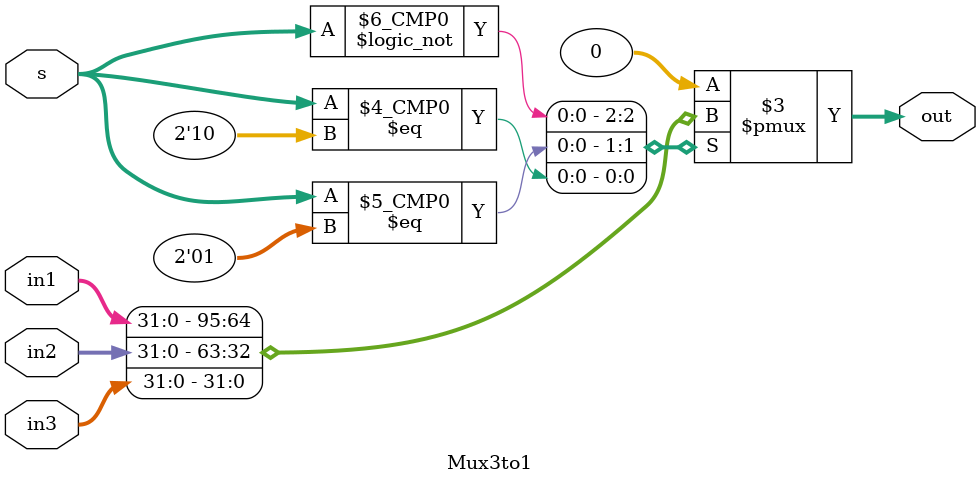
<source format=v>
module Mux3to1 #(parameter size = 32) (in1,in2,in3,s,out);

input[size-1:0] in1,in2,in3;
input[1:0] s;
output reg[size-1:0] out;

always @(*)
	begin
	case(s)
		2'b00: out = in1;
		2'b01: out = in2;
		2'b10: out = in3;
	
		default: out = 0;
		
	endcase
	end 	
endmodule 
</source>
